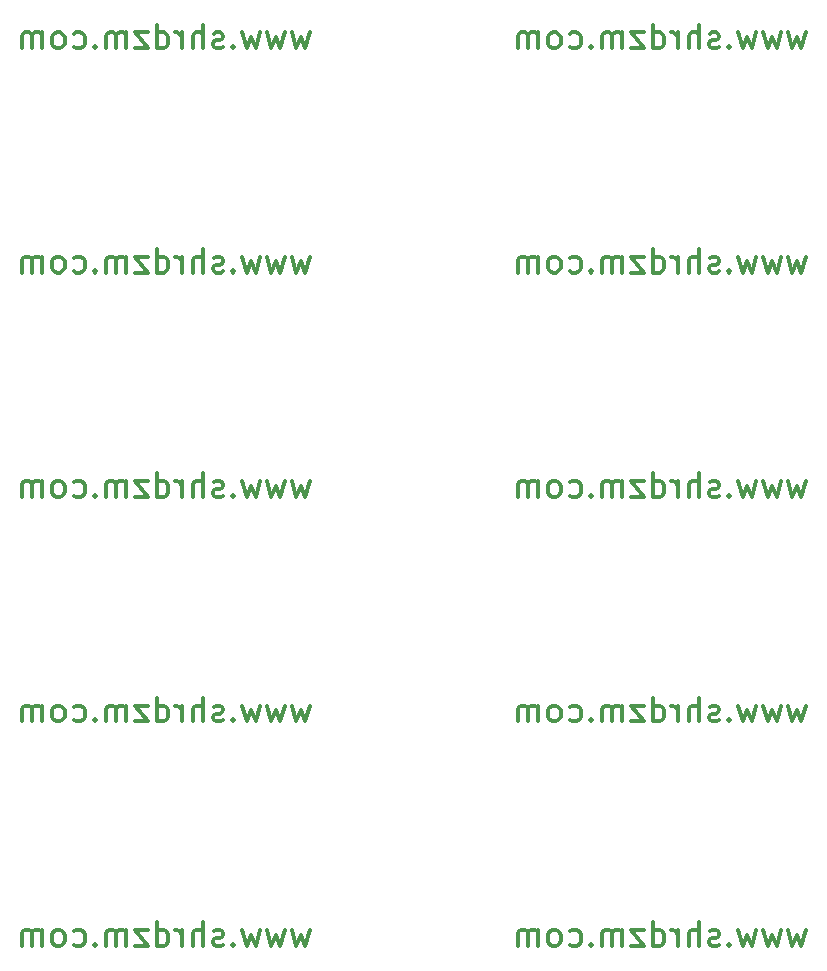
<source format=gbr>
%TF.GenerationSoftware,KiCad,Pcbnew,(5.1.9)-1*%
%TF.CreationDate,2021-05-04T17:37:26+02:00*%
%TF.ProjectId,IM350_AM550_5V_V2.0_Multi,494d3335-305f-4414-9d35-35305f35565f,rev?*%
%TF.SameCoordinates,Original*%
%TF.FileFunction,Paste,Bot*%
%TF.FilePolarity,Positive*%
%FSLAX46Y46*%
G04 Gerber Fmt 4.6, Leading zero omitted, Abs format (unit mm)*
G04 Created by KiCad (PCBNEW (5.1.9)-1) date 2021-05-04 17:37:26*
%MOMM*%
%LPD*%
G01*
G04 APERTURE LIST*
%ADD10C,0.350000*%
G04 APERTURE END LIST*
D10*
X61285714Y-115071428D02*
X60904761Y-116404761D01*
X60523809Y-115452380D01*
X60142857Y-116404761D01*
X59761904Y-115071428D01*
X59190476Y-115071428D02*
X58809523Y-116404761D01*
X58428571Y-115452380D01*
X58047619Y-116404761D01*
X57666666Y-115071428D01*
X57095238Y-115071428D02*
X56714285Y-116404761D01*
X56333333Y-115452380D01*
X55952380Y-116404761D01*
X55571428Y-115071428D01*
X54809523Y-116214285D02*
X54714285Y-116309523D01*
X54809523Y-116404761D01*
X54904761Y-116309523D01*
X54809523Y-116214285D01*
X54809523Y-116404761D01*
X53952380Y-116309523D02*
X53761904Y-116404761D01*
X53380952Y-116404761D01*
X53190476Y-116309523D01*
X53095238Y-116119047D01*
X53095238Y-116023809D01*
X53190476Y-115833333D01*
X53380952Y-115738095D01*
X53666666Y-115738095D01*
X53857142Y-115642857D01*
X53952380Y-115452380D01*
X53952380Y-115357142D01*
X53857142Y-115166666D01*
X53666666Y-115071428D01*
X53380952Y-115071428D01*
X53190476Y-115166666D01*
X52238095Y-116404761D02*
X52238095Y-114404761D01*
X51380952Y-116404761D02*
X51380952Y-115357142D01*
X51476190Y-115166666D01*
X51666666Y-115071428D01*
X51952380Y-115071428D01*
X52142857Y-115166666D01*
X52238095Y-115261904D01*
X50428571Y-116404761D02*
X50428571Y-115071428D01*
X50428571Y-115452380D02*
X50333333Y-115261904D01*
X50238095Y-115166666D01*
X50047619Y-115071428D01*
X49857142Y-115071428D01*
X48333333Y-116404761D02*
X48333333Y-114404761D01*
X48333333Y-116309523D02*
X48523809Y-116404761D01*
X48904761Y-116404761D01*
X49095238Y-116309523D01*
X49190476Y-116214285D01*
X49285714Y-116023809D01*
X49285714Y-115452380D01*
X49190476Y-115261904D01*
X49095238Y-115166666D01*
X48904761Y-115071428D01*
X48523809Y-115071428D01*
X48333333Y-115166666D01*
X47571428Y-115071428D02*
X46523809Y-115071428D01*
X47571428Y-116404761D01*
X46523809Y-116404761D01*
X45761904Y-116404761D02*
X45761904Y-115071428D01*
X45761904Y-115261904D02*
X45666666Y-115166666D01*
X45476190Y-115071428D01*
X45190476Y-115071428D01*
X45000000Y-115166666D01*
X44904761Y-115357142D01*
X44904761Y-116404761D01*
X44904761Y-115357142D02*
X44809523Y-115166666D01*
X44619047Y-115071428D01*
X44333333Y-115071428D01*
X44142857Y-115166666D01*
X44047619Y-115357142D01*
X44047619Y-116404761D01*
X43095238Y-116214285D02*
X43000000Y-116309523D01*
X43095238Y-116404761D01*
X43190476Y-116309523D01*
X43095238Y-116214285D01*
X43095238Y-116404761D01*
X41285714Y-116309523D02*
X41476190Y-116404761D01*
X41857142Y-116404761D01*
X42047619Y-116309523D01*
X42142857Y-116214285D01*
X42238095Y-116023809D01*
X42238095Y-115452380D01*
X42142857Y-115261904D01*
X42047619Y-115166666D01*
X41857142Y-115071428D01*
X41476190Y-115071428D01*
X41285714Y-115166666D01*
X40142857Y-116404761D02*
X40333333Y-116309523D01*
X40428571Y-116214285D01*
X40523809Y-116023809D01*
X40523809Y-115452380D01*
X40428571Y-115261904D01*
X40333333Y-115166666D01*
X40142857Y-115071428D01*
X39857142Y-115071428D01*
X39666666Y-115166666D01*
X39571428Y-115261904D01*
X39476190Y-115452380D01*
X39476190Y-116023809D01*
X39571428Y-116214285D01*
X39666666Y-116309523D01*
X39857142Y-116404761D01*
X40142857Y-116404761D01*
X38619047Y-116404761D02*
X38619047Y-115071428D01*
X38619047Y-115261904D02*
X38523809Y-115166666D01*
X38333333Y-115071428D01*
X38047619Y-115071428D01*
X37857142Y-115166666D01*
X37761904Y-115357142D01*
X37761904Y-116404761D01*
X37761904Y-115357142D02*
X37666666Y-115166666D01*
X37476190Y-115071428D01*
X37190476Y-115071428D01*
X37000000Y-115166666D01*
X36904761Y-115357142D01*
X36904761Y-116404761D01*
X103285714Y-115071428D02*
X102904761Y-116404761D01*
X102523809Y-115452380D01*
X102142857Y-116404761D01*
X101761904Y-115071428D01*
X101190476Y-115071428D02*
X100809523Y-116404761D01*
X100428571Y-115452380D01*
X100047619Y-116404761D01*
X99666666Y-115071428D01*
X99095238Y-115071428D02*
X98714285Y-116404761D01*
X98333333Y-115452380D01*
X97952380Y-116404761D01*
X97571428Y-115071428D01*
X96809523Y-116214285D02*
X96714285Y-116309523D01*
X96809523Y-116404761D01*
X96904761Y-116309523D01*
X96809523Y-116214285D01*
X96809523Y-116404761D01*
X95952380Y-116309523D02*
X95761904Y-116404761D01*
X95380952Y-116404761D01*
X95190476Y-116309523D01*
X95095238Y-116119047D01*
X95095238Y-116023809D01*
X95190476Y-115833333D01*
X95380952Y-115738095D01*
X95666666Y-115738095D01*
X95857142Y-115642857D01*
X95952380Y-115452380D01*
X95952380Y-115357142D01*
X95857142Y-115166666D01*
X95666666Y-115071428D01*
X95380952Y-115071428D01*
X95190476Y-115166666D01*
X94238095Y-116404761D02*
X94238095Y-114404761D01*
X93380952Y-116404761D02*
X93380952Y-115357142D01*
X93476190Y-115166666D01*
X93666666Y-115071428D01*
X93952380Y-115071428D01*
X94142857Y-115166666D01*
X94238095Y-115261904D01*
X92428571Y-116404761D02*
X92428571Y-115071428D01*
X92428571Y-115452380D02*
X92333333Y-115261904D01*
X92238095Y-115166666D01*
X92047619Y-115071428D01*
X91857142Y-115071428D01*
X90333333Y-116404761D02*
X90333333Y-114404761D01*
X90333333Y-116309523D02*
X90523809Y-116404761D01*
X90904761Y-116404761D01*
X91095238Y-116309523D01*
X91190476Y-116214285D01*
X91285714Y-116023809D01*
X91285714Y-115452380D01*
X91190476Y-115261904D01*
X91095238Y-115166666D01*
X90904761Y-115071428D01*
X90523809Y-115071428D01*
X90333333Y-115166666D01*
X89571428Y-115071428D02*
X88523809Y-115071428D01*
X89571428Y-116404761D01*
X88523809Y-116404761D01*
X87761904Y-116404761D02*
X87761904Y-115071428D01*
X87761904Y-115261904D02*
X87666666Y-115166666D01*
X87476190Y-115071428D01*
X87190476Y-115071428D01*
X87000000Y-115166666D01*
X86904761Y-115357142D01*
X86904761Y-116404761D01*
X86904761Y-115357142D02*
X86809523Y-115166666D01*
X86619047Y-115071428D01*
X86333333Y-115071428D01*
X86142857Y-115166666D01*
X86047619Y-115357142D01*
X86047619Y-116404761D01*
X85095238Y-116214285D02*
X85000000Y-116309523D01*
X85095238Y-116404761D01*
X85190476Y-116309523D01*
X85095238Y-116214285D01*
X85095238Y-116404761D01*
X83285714Y-116309523D02*
X83476190Y-116404761D01*
X83857142Y-116404761D01*
X84047619Y-116309523D01*
X84142857Y-116214285D01*
X84238095Y-116023809D01*
X84238095Y-115452380D01*
X84142857Y-115261904D01*
X84047619Y-115166666D01*
X83857142Y-115071428D01*
X83476190Y-115071428D01*
X83285714Y-115166666D01*
X82142857Y-116404761D02*
X82333333Y-116309523D01*
X82428571Y-116214285D01*
X82523809Y-116023809D01*
X82523809Y-115452380D01*
X82428571Y-115261904D01*
X82333333Y-115166666D01*
X82142857Y-115071428D01*
X81857142Y-115071428D01*
X81666666Y-115166666D01*
X81571428Y-115261904D01*
X81476190Y-115452380D01*
X81476190Y-116023809D01*
X81571428Y-116214285D01*
X81666666Y-116309523D01*
X81857142Y-116404761D01*
X82142857Y-116404761D01*
X80619047Y-116404761D02*
X80619047Y-115071428D01*
X80619047Y-115261904D02*
X80523809Y-115166666D01*
X80333333Y-115071428D01*
X80047619Y-115071428D01*
X79857142Y-115166666D01*
X79761904Y-115357142D01*
X79761904Y-116404761D01*
X79761904Y-115357142D02*
X79666666Y-115166666D01*
X79476190Y-115071428D01*
X79190476Y-115071428D01*
X79000000Y-115166666D01*
X78904761Y-115357142D01*
X78904761Y-116404761D01*
X61285714Y-96071428D02*
X60904761Y-97404761D01*
X60523809Y-96452380D01*
X60142857Y-97404761D01*
X59761904Y-96071428D01*
X59190476Y-96071428D02*
X58809523Y-97404761D01*
X58428571Y-96452380D01*
X58047619Y-97404761D01*
X57666666Y-96071428D01*
X57095238Y-96071428D02*
X56714285Y-97404761D01*
X56333333Y-96452380D01*
X55952380Y-97404761D01*
X55571428Y-96071428D01*
X54809523Y-97214285D02*
X54714285Y-97309523D01*
X54809523Y-97404761D01*
X54904761Y-97309523D01*
X54809523Y-97214285D01*
X54809523Y-97404761D01*
X53952380Y-97309523D02*
X53761904Y-97404761D01*
X53380952Y-97404761D01*
X53190476Y-97309523D01*
X53095238Y-97119047D01*
X53095238Y-97023809D01*
X53190476Y-96833333D01*
X53380952Y-96738095D01*
X53666666Y-96738095D01*
X53857142Y-96642857D01*
X53952380Y-96452380D01*
X53952380Y-96357142D01*
X53857142Y-96166666D01*
X53666666Y-96071428D01*
X53380952Y-96071428D01*
X53190476Y-96166666D01*
X52238095Y-97404761D02*
X52238095Y-95404761D01*
X51380952Y-97404761D02*
X51380952Y-96357142D01*
X51476190Y-96166666D01*
X51666666Y-96071428D01*
X51952380Y-96071428D01*
X52142857Y-96166666D01*
X52238095Y-96261904D01*
X50428571Y-97404761D02*
X50428571Y-96071428D01*
X50428571Y-96452380D02*
X50333333Y-96261904D01*
X50238095Y-96166666D01*
X50047619Y-96071428D01*
X49857142Y-96071428D01*
X48333333Y-97404761D02*
X48333333Y-95404761D01*
X48333333Y-97309523D02*
X48523809Y-97404761D01*
X48904761Y-97404761D01*
X49095238Y-97309523D01*
X49190476Y-97214285D01*
X49285714Y-97023809D01*
X49285714Y-96452380D01*
X49190476Y-96261904D01*
X49095238Y-96166666D01*
X48904761Y-96071428D01*
X48523809Y-96071428D01*
X48333333Y-96166666D01*
X47571428Y-96071428D02*
X46523809Y-96071428D01*
X47571428Y-97404761D01*
X46523809Y-97404761D01*
X45761904Y-97404761D02*
X45761904Y-96071428D01*
X45761904Y-96261904D02*
X45666666Y-96166666D01*
X45476190Y-96071428D01*
X45190476Y-96071428D01*
X45000000Y-96166666D01*
X44904761Y-96357142D01*
X44904761Y-97404761D01*
X44904761Y-96357142D02*
X44809523Y-96166666D01*
X44619047Y-96071428D01*
X44333333Y-96071428D01*
X44142857Y-96166666D01*
X44047619Y-96357142D01*
X44047619Y-97404761D01*
X43095238Y-97214285D02*
X43000000Y-97309523D01*
X43095238Y-97404761D01*
X43190476Y-97309523D01*
X43095238Y-97214285D01*
X43095238Y-97404761D01*
X41285714Y-97309523D02*
X41476190Y-97404761D01*
X41857142Y-97404761D01*
X42047619Y-97309523D01*
X42142857Y-97214285D01*
X42238095Y-97023809D01*
X42238095Y-96452380D01*
X42142857Y-96261904D01*
X42047619Y-96166666D01*
X41857142Y-96071428D01*
X41476190Y-96071428D01*
X41285714Y-96166666D01*
X40142857Y-97404761D02*
X40333333Y-97309523D01*
X40428571Y-97214285D01*
X40523809Y-97023809D01*
X40523809Y-96452380D01*
X40428571Y-96261904D01*
X40333333Y-96166666D01*
X40142857Y-96071428D01*
X39857142Y-96071428D01*
X39666666Y-96166666D01*
X39571428Y-96261904D01*
X39476190Y-96452380D01*
X39476190Y-97023809D01*
X39571428Y-97214285D01*
X39666666Y-97309523D01*
X39857142Y-97404761D01*
X40142857Y-97404761D01*
X38619047Y-97404761D02*
X38619047Y-96071428D01*
X38619047Y-96261904D02*
X38523809Y-96166666D01*
X38333333Y-96071428D01*
X38047619Y-96071428D01*
X37857142Y-96166666D01*
X37761904Y-96357142D01*
X37761904Y-97404761D01*
X37761904Y-96357142D02*
X37666666Y-96166666D01*
X37476190Y-96071428D01*
X37190476Y-96071428D01*
X37000000Y-96166666D01*
X36904761Y-96357142D01*
X36904761Y-97404761D01*
X103285714Y-96071428D02*
X102904761Y-97404761D01*
X102523809Y-96452380D01*
X102142857Y-97404761D01*
X101761904Y-96071428D01*
X101190476Y-96071428D02*
X100809523Y-97404761D01*
X100428571Y-96452380D01*
X100047619Y-97404761D01*
X99666666Y-96071428D01*
X99095238Y-96071428D02*
X98714285Y-97404761D01*
X98333333Y-96452380D01*
X97952380Y-97404761D01*
X97571428Y-96071428D01*
X96809523Y-97214285D02*
X96714285Y-97309523D01*
X96809523Y-97404761D01*
X96904761Y-97309523D01*
X96809523Y-97214285D01*
X96809523Y-97404761D01*
X95952380Y-97309523D02*
X95761904Y-97404761D01*
X95380952Y-97404761D01*
X95190476Y-97309523D01*
X95095238Y-97119047D01*
X95095238Y-97023809D01*
X95190476Y-96833333D01*
X95380952Y-96738095D01*
X95666666Y-96738095D01*
X95857142Y-96642857D01*
X95952380Y-96452380D01*
X95952380Y-96357142D01*
X95857142Y-96166666D01*
X95666666Y-96071428D01*
X95380952Y-96071428D01*
X95190476Y-96166666D01*
X94238095Y-97404761D02*
X94238095Y-95404761D01*
X93380952Y-97404761D02*
X93380952Y-96357142D01*
X93476190Y-96166666D01*
X93666666Y-96071428D01*
X93952380Y-96071428D01*
X94142857Y-96166666D01*
X94238095Y-96261904D01*
X92428571Y-97404761D02*
X92428571Y-96071428D01*
X92428571Y-96452380D02*
X92333333Y-96261904D01*
X92238095Y-96166666D01*
X92047619Y-96071428D01*
X91857142Y-96071428D01*
X90333333Y-97404761D02*
X90333333Y-95404761D01*
X90333333Y-97309523D02*
X90523809Y-97404761D01*
X90904761Y-97404761D01*
X91095238Y-97309523D01*
X91190476Y-97214285D01*
X91285714Y-97023809D01*
X91285714Y-96452380D01*
X91190476Y-96261904D01*
X91095238Y-96166666D01*
X90904761Y-96071428D01*
X90523809Y-96071428D01*
X90333333Y-96166666D01*
X89571428Y-96071428D02*
X88523809Y-96071428D01*
X89571428Y-97404761D01*
X88523809Y-97404761D01*
X87761904Y-97404761D02*
X87761904Y-96071428D01*
X87761904Y-96261904D02*
X87666666Y-96166666D01*
X87476190Y-96071428D01*
X87190476Y-96071428D01*
X87000000Y-96166666D01*
X86904761Y-96357142D01*
X86904761Y-97404761D01*
X86904761Y-96357142D02*
X86809523Y-96166666D01*
X86619047Y-96071428D01*
X86333333Y-96071428D01*
X86142857Y-96166666D01*
X86047619Y-96357142D01*
X86047619Y-97404761D01*
X85095238Y-97214285D02*
X85000000Y-97309523D01*
X85095238Y-97404761D01*
X85190476Y-97309523D01*
X85095238Y-97214285D01*
X85095238Y-97404761D01*
X83285714Y-97309523D02*
X83476190Y-97404761D01*
X83857142Y-97404761D01*
X84047619Y-97309523D01*
X84142857Y-97214285D01*
X84238095Y-97023809D01*
X84238095Y-96452380D01*
X84142857Y-96261904D01*
X84047619Y-96166666D01*
X83857142Y-96071428D01*
X83476190Y-96071428D01*
X83285714Y-96166666D01*
X82142857Y-97404761D02*
X82333333Y-97309523D01*
X82428571Y-97214285D01*
X82523809Y-97023809D01*
X82523809Y-96452380D01*
X82428571Y-96261904D01*
X82333333Y-96166666D01*
X82142857Y-96071428D01*
X81857142Y-96071428D01*
X81666666Y-96166666D01*
X81571428Y-96261904D01*
X81476190Y-96452380D01*
X81476190Y-97023809D01*
X81571428Y-97214285D01*
X81666666Y-97309523D01*
X81857142Y-97404761D01*
X82142857Y-97404761D01*
X80619047Y-97404761D02*
X80619047Y-96071428D01*
X80619047Y-96261904D02*
X80523809Y-96166666D01*
X80333333Y-96071428D01*
X80047619Y-96071428D01*
X79857142Y-96166666D01*
X79761904Y-96357142D01*
X79761904Y-97404761D01*
X79761904Y-96357142D02*
X79666666Y-96166666D01*
X79476190Y-96071428D01*
X79190476Y-96071428D01*
X79000000Y-96166666D01*
X78904761Y-96357142D01*
X78904761Y-97404761D01*
X103285714Y-77071428D02*
X102904761Y-78404761D01*
X102523809Y-77452380D01*
X102142857Y-78404761D01*
X101761904Y-77071428D01*
X101190476Y-77071428D02*
X100809523Y-78404761D01*
X100428571Y-77452380D01*
X100047619Y-78404761D01*
X99666666Y-77071428D01*
X99095238Y-77071428D02*
X98714285Y-78404761D01*
X98333333Y-77452380D01*
X97952380Y-78404761D01*
X97571428Y-77071428D01*
X96809523Y-78214285D02*
X96714285Y-78309523D01*
X96809523Y-78404761D01*
X96904761Y-78309523D01*
X96809523Y-78214285D01*
X96809523Y-78404761D01*
X95952380Y-78309523D02*
X95761904Y-78404761D01*
X95380952Y-78404761D01*
X95190476Y-78309523D01*
X95095238Y-78119047D01*
X95095238Y-78023809D01*
X95190476Y-77833333D01*
X95380952Y-77738095D01*
X95666666Y-77738095D01*
X95857142Y-77642857D01*
X95952380Y-77452380D01*
X95952380Y-77357142D01*
X95857142Y-77166666D01*
X95666666Y-77071428D01*
X95380952Y-77071428D01*
X95190476Y-77166666D01*
X94238095Y-78404761D02*
X94238095Y-76404761D01*
X93380952Y-78404761D02*
X93380952Y-77357142D01*
X93476190Y-77166666D01*
X93666666Y-77071428D01*
X93952380Y-77071428D01*
X94142857Y-77166666D01*
X94238095Y-77261904D01*
X92428571Y-78404761D02*
X92428571Y-77071428D01*
X92428571Y-77452380D02*
X92333333Y-77261904D01*
X92238095Y-77166666D01*
X92047619Y-77071428D01*
X91857142Y-77071428D01*
X90333333Y-78404761D02*
X90333333Y-76404761D01*
X90333333Y-78309523D02*
X90523809Y-78404761D01*
X90904761Y-78404761D01*
X91095238Y-78309523D01*
X91190476Y-78214285D01*
X91285714Y-78023809D01*
X91285714Y-77452380D01*
X91190476Y-77261904D01*
X91095238Y-77166666D01*
X90904761Y-77071428D01*
X90523809Y-77071428D01*
X90333333Y-77166666D01*
X89571428Y-77071428D02*
X88523809Y-77071428D01*
X89571428Y-78404761D01*
X88523809Y-78404761D01*
X87761904Y-78404761D02*
X87761904Y-77071428D01*
X87761904Y-77261904D02*
X87666666Y-77166666D01*
X87476190Y-77071428D01*
X87190476Y-77071428D01*
X87000000Y-77166666D01*
X86904761Y-77357142D01*
X86904761Y-78404761D01*
X86904761Y-77357142D02*
X86809523Y-77166666D01*
X86619047Y-77071428D01*
X86333333Y-77071428D01*
X86142857Y-77166666D01*
X86047619Y-77357142D01*
X86047619Y-78404761D01*
X85095238Y-78214285D02*
X85000000Y-78309523D01*
X85095238Y-78404761D01*
X85190476Y-78309523D01*
X85095238Y-78214285D01*
X85095238Y-78404761D01*
X83285714Y-78309523D02*
X83476190Y-78404761D01*
X83857142Y-78404761D01*
X84047619Y-78309523D01*
X84142857Y-78214285D01*
X84238095Y-78023809D01*
X84238095Y-77452380D01*
X84142857Y-77261904D01*
X84047619Y-77166666D01*
X83857142Y-77071428D01*
X83476190Y-77071428D01*
X83285714Y-77166666D01*
X82142857Y-78404761D02*
X82333333Y-78309523D01*
X82428571Y-78214285D01*
X82523809Y-78023809D01*
X82523809Y-77452380D01*
X82428571Y-77261904D01*
X82333333Y-77166666D01*
X82142857Y-77071428D01*
X81857142Y-77071428D01*
X81666666Y-77166666D01*
X81571428Y-77261904D01*
X81476190Y-77452380D01*
X81476190Y-78023809D01*
X81571428Y-78214285D01*
X81666666Y-78309523D01*
X81857142Y-78404761D01*
X82142857Y-78404761D01*
X80619047Y-78404761D02*
X80619047Y-77071428D01*
X80619047Y-77261904D02*
X80523809Y-77166666D01*
X80333333Y-77071428D01*
X80047619Y-77071428D01*
X79857142Y-77166666D01*
X79761904Y-77357142D01*
X79761904Y-78404761D01*
X79761904Y-77357142D02*
X79666666Y-77166666D01*
X79476190Y-77071428D01*
X79190476Y-77071428D01*
X79000000Y-77166666D01*
X78904761Y-77357142D01*
X78904761Y-78404761D01*
X61285714Y-77071428D02*
X60904761Y-78404761D01*
X60523809Y-77452380D01*
X60142857Y-78404761D01*
X59761904Y-77071428D01*
X59190476Y-77071428D02*
X58809523Y-78404761D01*
X58428571Y-77452380D01*
X58047619Y-78404761D01*
X57666666Y-77071428D01*
X57095238Y-77071428D02*
X56714285Y-78404761D01*
X56333333Y-77452380D01*
X55952380Y-78404761D01*
X55571428Y-77071428D01*
X54809523Y-78214285D02*
X54714285Y-78309523D01*
X54809523Y-78404761D01*
X54904761Y-78309523D01*
X54809523Y-78214285D01*
X54809523Y-78404761D01*
X53952380Y-78309523D02*
X53761904Y-78404761D01*
X53380952Y-78404761D01*
X53190476Y-78309523D01*
X53095238Y-78119047D01*
X53095238Y-78023809D01*
X53190476Y-77833333D01*
X53380952Y-77738095D01*
X53666666Y-77738095D01*
X53857142Y-77642857D01*
X53952380Y-77452380D01*
X53952380Y-77357142D01*
X53857142Y-77166666D01*
X53666666Y-77071428D01*
X53380952Y-77071428D01*
X53190476Y-77166666D01*
X52238095Y-78404761D02*
X52238095Y-76404761D01*
X51380952Y-78404761D02*
X51380952Y-77357142D01*
X51476190Y-77166666D01*
X51666666Y-77071428D01*
X51952380Y-77071428D01*
X52142857Y-77166666D01*
X52238095Y-77261904D01*
X50428571Y-78404761D02*
X50428571Y-77071428D01*
X50428571Y-77452380D02*
X50333333Y-77261904D01*
X50238095Y-77166666D01*
X50047619Y-77071428D01*
X49857142Y-77071428D01*
X48333333Y-78404761D02*
X48333333Y-76404761D01*
X48333333Y-78309523D02*
X48523809Y-78404761D01*
X48904761Y-78404761D01*
X49095238Y-78309523D01*
X49190476Y-78214285D01*
X49285714Y-78023809D01*
X49285714Y-77452380D01*
X49190476Y-77261904D01*
X49095238Y-77166666D01*
X48904761Y-77071428D01*
X48523809Y-77071428D01*
X48333333Y-77166666D01*
X47571428Y-77071428D02*
X46523809Y-77071428D01*
X47571428Y-78404761D01*
X46523809Y-78404761D01*
X45761904Y-78404761D02*
X45761904Y-77071428D01*
X45761904Y-77261904D02*
X45666666Y-77166666D01*
X45476190Y-77071428D01*
X45190476Y-77071428D01*
X45000000Y-77166666D01*
X44904761Y-77357142D01*
X44904761Y-78404761D01*
X44904761Y-77357142D02*
X44809523Y-77166666D01*
X44619047Y-77071428D01*
X44333333Y-77071428D01*
X44142857Y-77166666D01*
X44047619Y-77357142D01*
X44047619Y-78404761D01*
X43095238Y-78214285D02*
X43000000Y-78309523D01*
X43095238Y-78404761D01*
X43190476Y-78309523D01*
X43095238Y-78214285D01*
X43095238Y-78404761D01*
X41285714Y-78309523D02*
X41476190Y-78404761D01*
X41857142Y-78404761D01*
X42047619Y-78309523D01*
X42142857Y-78214285D01*
X42238095Y-78023809D01*
X42238095Y-77452380D01*
X42142857Y-77261904D01*
X42047619Y-77166666D01*
X41857142Y-77071428D01*
X41476190Y-77071428D01*
X41285714Y-77166666D01*
X40142857Y-78404761D02*
X40333333Y-78309523D01*
X40428571Y-78214285D01*
X40523809Y-78023809D01*
X40523809Y-77452380D01*
X40428571Y-77261904D01*
X40333333Y-77166666D01*
X40142857Y-77071428D01*
X39857142Y-77071428D01*
X39666666Y-77166666D01*
X39571428Y-77261904D01*
X39476190Y-77452380D01*
X39476190Y-78023809D01*
X39571428Y-78214285D01*
X39666666Y-78309523D01*
X39857142Y-78404761D01*
X40142857Y-78404761D01*
X38619047Y-78404761D02*
X38619047Y-77071428D01*
X38619047Y-77261904D02*
X38523809Y-77166666D01*
X38333333Y-77071428D01*
X38047619Y-77071428D01*
X37857142Y-77166666D01*
X37761904Y-77357142D01*
X37761904Y-78404761D01*
X37761904Y-77357142D02*
X37666666Y-77166666D01*
X37476190Y-77071428D01*
X37190476Y-77071428D01*
X37000000Y-77166666D01*
X36904761Y-77357142D01*
X36904761Y-78404761D01*
X103285714Y-58071428D02*
X102904761Y-59404761D01*
X102523809Y-58452380D01*
X102142857Y-59404761D01*
X101761904Y-58071428D01*
X101190476Y-58071428D02*
X100809523Y-59404761D01*
X100428571Y-58452380D01*
X100047619Y-59404761D01*
X99666666Y-58071428D01*
X99095238Y-58071428D02*
X98714285Y-59404761D01*
X98333333Y-58452380D01*
X97952380Y-59404761D01*
X97571428Y-58071428D01*
X96809523Y-59214285D02*
X96714285Y-59309523D01*
X96809523Y-59404761D01*
X96904761Y-59309523D01*
X96809523Y-59214285D01*
X96809523Y-59404761D01*
X95952380Y-59309523D02*
X95761904Y-59404761D01*
X95380952Y-59404761D01*
X95190476Y-59309523D01*
X95095238Y-59119047D01*
X95095238Y-59023809D01*
X95190476Y-58833333D01*
X95380952Y-58738095D01*
X95666666Y-58738095D01*
X95857142Y-58642857D01*
X95952380Y-58452380D01*
X95952380Y-58357142D01*
X95857142Y-58166666D01*
X95666666Y-58071428D01*
X95380952Y-58071428D01*
X95190476Y-58166666D01*
X94238095Y-59404761D02*
X94238095Y-57404761D01*
X93380952Y-59404761D02*
X93380952Y-58357142D01*
X93476190Y-58166666D01*
X93666666Y-58071428D01*
X93952380Y-58071428D01*
X94142857Y-58166666D01*
X94238095Y-58261904D01*
X92428571Y-59404761D02*
X92428571Y-58071428D01*
X92428571Y-58452380D02*
X92333333Y-58261904D01*
X92238095Y-58166666D01*
X92047619Y-58071428D01*
X91857142Y-58071428D01*
X90333333Y-59404761D02*
X90333333Y-57404761D01*
X90333333Y-59309523D02*
X90523809Y-59404761D01*
X90904761Y-59404761D01*
X91095238Y-59309523D01*
X91190476Y-59214285D01*
X91285714Y-59023809D01*
X91285714Y-58452380D01*
X91190476Y-58261904D01*
X91095238Y-58166666D01*
X90904761Y-58071428D01*
X90523809Y-58071428D01*
X90333333Y-58166666D01*
X89571428Y-58071428D02*
X88523809Y-58071428D01*
X89571428Y-59404761D01*
X88523809Y-59404761D01*
X87761904Y-59404761D02*
X87761904Y-58071428D01*
X87761904Y-58261904D02*
X87666666Y-58166666D01*
X87476190Y-58071428D01*
X87190476Y-58071428D01*
X87000000Y-58166666D01*
X86904761Y-58357142D01*
X86904761Y-59404761D01*
X86904761Y-58357142D02*
X86809523Y-58166666D01*
X86619047Y-58071428D01*
X86333333Y-58071428D01*
X86142857Y-58166666D01*
X86047619Y-58357142D01*
X86047619Y-59404761D01*
X85095238Y-59214285D02*
X85000000Y-59309523D01*
X85095238Y-59404761D01*
X85190476Y-59309523D01*
X85095238Y-59214285D01*
X85095238Y-59404761D01*
X83285714Y-59309523D02*
X83476190Y-59404761D01*
X83857142Y-59404761D01*
X84047619Y-59309523D01*
X84142857Y-59214285D01*
X84238095Y-59023809D01*
X84238095Y-58452380D01*
X84142857Y-58261904D01*
X84047619Y-58166666D01*
X83857142Y-58071428D01*
X83476190Y-58071428D01*
X83285714Y-58166666D01*
X82142857Y-59404761D02*
X82333333Y-59309523D01*
X82428571Y-59214285D01*
X82523809Y-59023809D01*
X82523809Y-58452380D01*
X82428571Y-58261904D01*
X82333333Y-58166666D01*
X82142857Y-58071428D01*
X81857142Y-58071428D01*
X81666666Y-58166666D01*
X81571428Y-58261904D01*
X81476190Y-58452380D01*
X81476190Y-59023809D01*
X81571428Y-59214285D01*
X81666666Y-59309523D01*
X81857142Y-59404761D01*
X82142857Y-59404761D01*
X80619047Y-59404761D02*
X80619047Y-58071428D01*
X80619047Y-58261904D02*
X80523809Y-58166666D01*
X80333333Y-58071428D01*
X80047619Y-58071428D01*
X79857142Y-58166666D01*
X79761904Y-58357142D01*
X79761904Y-59404761D01*
X79761904Y-58357142D02*
X79666666Y-58166666D01*
X79476190Y-58071428D01*
X79190476Y-58071428D01*
X79000000Y-58166666D01*
X78904761Y-58357142D01*
X78904761Y-59404761D01*
X61285714Y-58071428D02*
X60904761Y-59404761D01*
X60523809Y-58452380D01*
X60142857Y-59404761D01*
X59761904Y-58071428D01*
X59190476Y-58071428D02*
X58809523Y-59404761D01*
X58428571Y-58452380D01*
X58047619Y-59404761D01*
X57666666Y-58071428D01*
X57095238Y-58071428D02*
X56714285Y-59404761D01*
X56333333Y-58452380D01*
X55952380Y-59404761D01*
X55571428Y-58071428D01*
X54809523Y-59214285D02*
X54714285Y-59309523D01*
X54809523Y-59404761D01*
X54904761Y-59309523D01*
X54809523Y-59214285D01*
X54809523Y-59404761D01*
X53952380Y-59309523D02*
X53761904Y-59404761D01*
X53380952Y-59404761D01*
X53190476Y-59309523D01*
X53095238Y-59119047D01*
X53095238Y-59023809D01*
X53190476Y-58833333D01*
X53380952Y-58738095D01*
X53666666Y-58738095D01*
X53857142Y-58642857D01*
X53952380Y-58452380D01*
X53952380Y-58357142D01*
X53857142Y-58166666D01*
X53666666Y-58071428D01*
X53380952Y-58071428D01*
X53190476Y-58166666D01*
X52238095Y-59404761D02*
X52238095Y-57404761D01*
X51380952Y-59404761D02*
X51380952Y-58357142D01*
X51476190Y-58166666D01*
X51666666Y-58071428D01*
X51952380Y-58071428D01*
X52142857Y-58166666D01*
X52238095Y-58261904D01*
X50428571Y-59404761D02*
X50428571Y-58071428D01*
X50428571Y-58452380D02*
X50333333Y-58261904D01*
X50238095Y-58166666D01*
X50047619Y-58071428D01*
X49857142Y-58071428D01*
X48333333Y-59404761D02*
X48333333Y-57404761D01*
X48333333Y-59309523D02*
X48523809Y-59404761D01*
X48904761Y-59404761D01*
X49095238Y-59309523D01*
X49190476Y-59214285D01*
X49285714Y-59023809D01*
X49285714Y-58452380D01*
X49190476Y-58261904D01*
X49095238Y-58166666D01*
X48904761Y-58071428D01*
X48523809Y-58071428D01*
X48333333Y-58166666D01*
X47571428Y-58071428D02*
X46523809Y-58071428D01*
X47571428Y-59404761D01*
X46523809Y-59404761D01*
X45761904Y-59404761D02*
X45761904Y-58071428D01*
X45761904Y-58261904D02*
X45666666Y-58166666D01*
X45476190Y-58071428D01*
X45190476Y-58071428D01*
X45000000Y-58166666D01*
X44904761Y-58357142D01*
X44904761Y-59404761D01*
X44904761Y-58357142D02*
X44809523Y-58166666D01*
X44619047Y-58071428D01*
X44333333Y-58071428D01*
X44142857Y-58166666D01*
X44047619Y-58357142D01*
X44047619Y-59404761D01*
X43095238Y-59214285D02*
X43000000Y-59309523D01*
X43095238Y-59404761D01*
X43190476Y-59309523D01*
X43095238Y-59214285D01*
X43095238Y-59404761D01*
X41285714Y-59309523D02*
X41476190Y-59404761D01*
X41857142Y-59404761D01*
X42047619Y-59309523D01*
X42142857Y-59214285D01*
X42238095Y-59023809D01*
X42238095Y-58452380D01*
X42142857Y-58261904D01*
X42047619Y-58166666D01*
X41857142Y-58071428D01*
X41476190Y-58071428D01*
X41285714Y-58166666D01*
X40142857Y-59404761D02*
X40333333Y-59309523D01*
X40428571Y-59214285D01*
X40523809Y-59023809D01*
X40523809Y-58452380D01*
X40428571Y-58261904D01*
X40333333Y-58166666D01*
X40142857Y-58071428D01*
X39857142Y-58071428D01*
X39666666Y-58166666D01*
X39571428Y-58261904D01*
X39476190Y-58452380D01*
X39476190Y-59023809D01*
X39571428Y-59214285D01*
X39666666Y-59309523D01*
X39857142Y-59404761D01*
X40142857Y-59404761D01*
X38619047Y-59404761D02*
X38619047Y-58071428D01*
X38619047Y-58261904D02*
X38523809Y-58166666D01*
X38333333Y-58071428D01*
X38047619Y-58071428D01*
X37857142Y-58166666D01*
X37761904Y-58357142D01*
X37761904Y-59404761D01*
X37761904Y-58357142D02*
X37666666Y-58166666D01*
X37476190Y-58071428D01*
X37190476Y-58071428D01*
X37000000Y-58166666D01*
X36904761Y-58357142D01*
X36904761Y-59404761D01*
X103285714Y-39071428D02*
X102904761Y-40404761D01*
X102523809Y-39452380D01*
X102142857Y-40404761D01*
X101761904Y-39071428D01*
X101190476Y-39071428D02*
X100809523Y-40404761D01*
X100428571Y-39452380D01*
X100047619Y-40404761D01*
X99666666Y-39071428D01*
X99095238Y-39071428D02*
X98714285Y-40404761D01*
X98333333Y-39452380D01*
X97952380Y-40404761D01*
X97571428Y-39071428D01*
X96809523Y-40214285D02*
X96714285Y-40309523D01*
X96809523Y-40404761D01*
X96904761Y-40309523D01*
X96809523Y-40214285D01*
X96809523Y-40404761D01*
X95952380Y-40309523D02*
X95761904Y-40404761D01*
X95380952Y-40404761D01*
X95190476Y-40309523D01*
X95095238Y-40119047D01*
X95095238Y-40023809D01*
X95190476Y-39833333D01*
X95380952Y-39738095D01*
X95666666Y-39738095D01*
X95857142Y-39642857D01*
X95952380Y-39452380D01*
X95952380Y-39357142D01*
X95857142Y-39166666D01*
X95666666Y-39071428D01*
X95380952Y-39071428D01*
X95190476Y-39166666D01*
X94238095Y-40404761D02*
X94238095Y-38404761D01*
X93380952Y-40404761D02*
X93380952Y-39357142D01*
X93476190Y-39166666D01*
X93666666Y-39071428D01*
X93952380Y-39071428D01*
X94142857Y-39166666D01*
X94238095Y-39261904D01*
X92428571Y-40404761D02*
X92428571Y-39071428D01*
X92428571Y-39452380D02*
X92333333Y-39261904D01*
X92238095Y-39166666D01*
X92047619Y-39071428D01*
X91857142Y-39071428D01*
X90333333Y-40404761D02*
X90333333Y-38404761D01*
X90333333Y-40309523D02*
X90523809Y-40404761D01*
X90904761Y-40404761D01*
X91095238Y-40309523D01*
X91190476Y-40214285D01*
X91285714Y-40023809D01*
X91285714Y-39452380D01*
X91190476Y-39261904D01*
X91095238Y-39166666D01*
X90904761Y-39071428D01*
X90523809Y-39071428D01*
X90333333Y-39166666D01*
X89571428Y-39071428D02*
X88523809Y-39071428D01*
X89571428Y-40404761D01*
X88523809Y-40404761D01*
X87761904Y-40404761D02*
X87761904Y-39071428D01*
X87761904Y-39261904D02*
X87666666Y-39166666D01*
X87476190Y-39071428D01*
X87190476Y-39071428D01*
X87000000Y-39166666D01*
X86904761Y-39357142D01*
X86904761Y-40404761D01*
X86904761Y-39357142D02*
X86809523Y-39166666D01*
X86619047Y-39071428D01*
X86333333Y-39071428D01*
X86142857Y-39166666D01*
X86047619Y-39357142D01*
X86047619Y-40404761D01*
X85095238Y-40214285D02*
X85000000Y-40309523D01*
X85095238Y-40404761D01*
X85190476Y-40309523D01*
X85095238Y-40214285D01*
X85095238Y-40404761D01*
X83285714Y-40309523D02*
X83476190Y-40404761D01*
X83857142Y-40404761D01*
X84047619Y-40309523D01*
X84142857Y-40214285D01*
X84238095Y-40023809D01*
X84238095Y-39452380D01*
X84142857Y-39261904D01*
X84047619Y-39166666D01*
X83857142Y-39071428D01*
X83476190Y-39071428D01*
X83285714Y-39166666D01*
X82142857Y-40404761D02*
X82333333Y-40309523D01*
X82428571Y-40214285D01*
X82523809Y-40023809D01*
X82523809Y-39452380D01*
X82428571Y-39261904D01*
X82333333Y-39166666D01*
X82142857Y-39071428D01*
X81857142Y-39071428D01*
X81666666Y-39166666D01*
X81571428Y-39261904D01*
X81476190Y-39452380D01*
X81476190Y-40023809D01*
X81571428Y-40214285D01*
X81666666Y-40309523D01*
X81857142Y-40404761D01*
X82142857Y-40404761D01*
X80619047Y-40404761D02*
X80619047Y-39071428D01*
X80619047Y-39261904D02*
X80523809Y-39166666D01*
X80333333Y-39071428D01*
X80047619Y-39071428D01*
X79857142Y-39166666D01*
X79761904Y-39357142D01*
X79761904Y-40404761D01*
X79761904Y-39357142D02*
X79666666Y-39166666D01*
X79476190Y-39071428D01*
X79190476Y-39071428D01*
X79000000Y-39166666D01*
X78904761Y-39357142D01*
X78904761Y-40404761D01*
X61285714Y-39071428D02*
X60904761Y-40404761D01*
X60523809Y-39452380D01*
X60142857Y-40404761D01*
X59761904Y-39071428D01*
X59190476Y-39071428D02*
X58809523Y-40404761D01*
X58428571Y-39452380D01*
X58047619Y-40404761D01*
X57666666Y-39071428D01*
X57095238Y-39071428D02*
X56714285Y-40404761D01*
X56333333Y-39452380D01*
X55952380Y-40404761D01*
X55571428Y-39071428D01*
X54809523Y-40214285D02*
X54714285Y-40309523D01*
X54809523Y-40404761D01*
X54904761Y-40309523D01*
X54809523Y-40214285D01*
X54809523Y-40404761D01*
X53952380Y-40309523D02*
X53761904Y-40404761D01*
X53380952Y-40404761D01*
X53190476Y-40309523D01*
X53095238Y-40119047D01*
X53095238Y-40023809D01*
X53190476Y-39833333D01*
X53380952Y-39738095D01*
X53666666Y-39738095D01*
X53857142Y-39642857D01*
X53952380Y-39452380D01*
X53952380Y-39357142D01*
X53857142Y-39166666D01*
X53666666Y-39071428D01*
X53380952Y-39071428D01*
X53190476Y-39166666D01*
X52238095Y-40404761D02*
X52238095Y-38404761D01*
X51380952Y-40404761D02*
X51380952Y-39357142D01*
X51476190Y-39166666D01*
X51666666Y-39071428D01*
X51952380Y-39071428D01*
X52142857Y-39166666D01*
X52238095Y-39261904D01*
X50428571Y-40404761D02*
X50428571Y-39071428D01*
X50428571Y-39452380D02*
X50333333Y-39261904D01*
X50238095Y-39166666D01*
X50047619Y-39071428D01*
X49857142Y-39071428D01*
X48333333Y-40404761D02*
X48333333Y-38404761D01*
X48333333Y-40309523D02*
X48523809Y-40404761D01*
X48904761Y-40404761D01*
X49095238Y-40309523D01*
X49190476Y-40214285D01*
X49285714Y-40023809D01*
X49285714Y-39452380D01*
X49190476Y-39261904D01*
X49095238Y-39166666D01*
X48904761Y-39071428D01*
X48523809Y-39071428D01*
X48333333Y-39166666D01*
X47571428Y-39071428D02*
X46523809Y-39071428D01*
X47571428Y-40404761D01*
X46523809Y-40404761D01*
X45761904Y-40404761D02*
X45761904Y-39071428D01*
X45761904Y-39261904D02*
X45666666Y-39166666D01*
X45476190Y-39071428D01*
X45190476Y-39071428D01*
X45000000Y-39166666D01*
X44904761Y-39357142D01*
X44904761Y-40404761D01*
X44904761Y-39357142D02*
X44809523Y-39166666D01*
X44619047Y-39071428D01*
X44333333Y-39071428D01*
X44142857Y-39166666D01*
X44047619Y-39357142D01*
X44047619Y-40404761D01*
X43095238Y-40214285D02*
X43000000Y-40309523D01*
X43095238Y-40404761D01*
X43190476Y-40309523D01*
X43095238Y-40214285D01*
X43095238Y-40404761D01*
X41285714Y-40309523D02*
X41476190Y-40404761D01*
X41857142Y-40404761D01*
X42047619Y-40309523D01*
X42142857Y-40214285D01*
X42238095Y-40023809D01*
X42238095Y-39452380D01*
X42142857Y-39261904D01*
X42047619Y-39166666D01*
X41857142Y-39071428D01*
X41476190Y-39071428D01*
X41285714Y-39166666D01*
X40142857Y-40404761D02*
X40333333Y-40309523D01*
X40428571Y-40214285D01*
X40523809Y-40023809D01*
X40523809Y-39452380D01*
X40428571Y-39261904D01*
X40333333Y-39166666D01*
X40142857Y-39071428D01*
X39857142Y-39071428D01*
X39666666Y-39166666D01*
X39571428Y-39261904D01*
X39476190Y-39452380D01*
X39476190Y-40023809D01*
X39571428Y-40214285D01*
X39666666Y-40309523D01*
X39857142Y-40404761D01*
X40142857Y-40404761D01*
X38619047Y-40404761D02*
X38619047Y-39071428D01*
X38619047Y-39261904D02*
X38523809Y-39166666D01*
X38333333Y-39071428D01*
X38047619Y-39071428D01*
X37857142Y-39166666D01*
X37761904Y-39357142D01*
X37761904Y-40404761D01*
X37761904Y-39357142D02*
X37666666Y-39166666D01*
X37476190Y-39071428D01*
X37190476Y-39071428D01*
X37000000Y-39166666D01*
X36904761Y-39357142D01*
X36904761Y-40404761D01*
M02*

</source>
